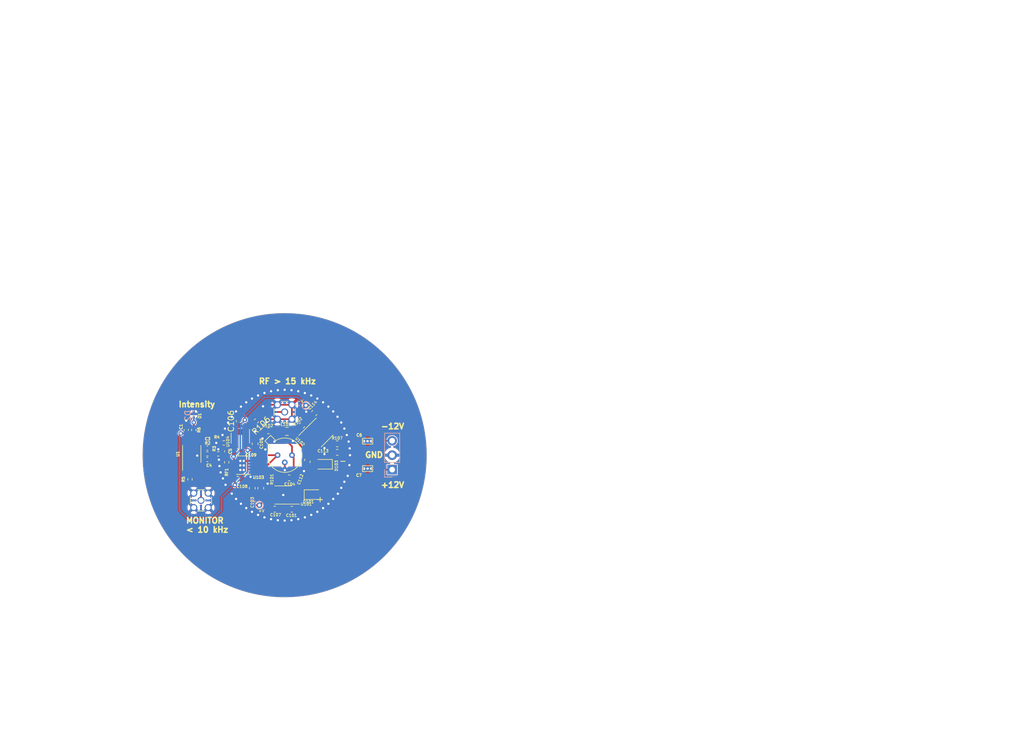
<source format=kicad_pcb>
(kicad_pcb (version 20221018) (generator pcbnew)
  (title_block (title "One Inch Photodetector - OPA818") (date "2020-02") (company "anders.e.e.wallin \"at\" gmail.com"))
  (layers (0 "F.Cu" signal) (31 "B.Cu" signal) (34 "B.Paste" user) (35 "F.Paste" user) (36 "B.SilkS" user "B.Silkscreen") (37 "F.SilkS" user "F.Silkscreen") (38 "B.Mask" user) (39 "F.Mask" user) (44 "Edge.Cuts" user))
  (net 0 "")
  (net 1 "/+V")
  (net 2 "GND")
  (net 3 "Net-(C3-Pad1)")
  (net 4 "Net-(U1A--)")
  (net 5 "Net-(U1A-+)")
  (net 6 "Net-(U104-IN)")
  (net 7 "/-V")
  (net 8 "Net-(C5-Pad2)")
  (net 9 "Net-(J102-Pin_3)")
  (net 10 "Net-(L101-Pad1)")
  (net 11 "/+VIN")
  (net 12 "/-VIN")
  (net 13 "/VOUT")
  (net 14 "Net-(J102-Pin_1)")
  (net 15 "/SET+")
  (net 16 "/SET-")
  (net 17 "/IN-")
  (net 18 "/VTIA")
  (net 19 "Net-(D101-K)")
  (net 20 "/FB")
  (net 21 "Net-(D103-A)")
  (net 22 "Net-(J101-In)")
  (net 23 "Net-(U103--)")
  (net 24 "/-5VBIAS")
  (net 25 "Net-(D1-A)")
  (net 32 "Net-(J1-In)")
  (net 33 "Net-(U1B--)")
  (footprint "Package_TO_SOT_THT:TO-18-3" (layer "F.Cu") (at 148.75 100)
    (fp_text reference "D102" hide)
    (fp_text value "S597x")
  )
  (footprint "Package_SO:MSOP-10-1EP_3x3mm_P0.5mm_EP1.68x1.88mm" (layer "F.Cu") (at 149.75 107 180)
    (fp_text reference "U101")
    (fp_text value "LT3042xMSE")
  )
  (footprint "Package_SO:MSOP-12-1EP_3x4mm_P0.65mm_EP1.65x2.85mm" (layer "F.Cu") (at 156 96 45)
    (fp_text reference "U102")
    (fp_text value "LT3093xMSE")
  )
  (footprint "Capacitor_SMD:C_0603_1608Metric" (layer "F.Cu") (at 151.25 109.5 180)
    (fp_text reference "C101")
    (fp_text value "4u7")
  )
  (footprint "Capacitor_SMD:C_0603_1608Metric" (layer "F.Cu") (at 147.15 95.7 180)
    (fp_text reference "C102")
    (fp_text value "4u7")
  )
  (footprint "Capacitor_SMD:C_0603_1608Metric" (layer "F.Cu") (at 144.3 105.8 90)
    (fp_text reference "C103")
    (fp_text value "4u7")
  )
  (footprint "Capacitor_SMD:C_0603_1608Metric" (layer "F.Cu") (at 148.25 109.5)
    (fp_text reference "C107")
    (fp_text value "4u7")
  )
  (footprint "Capacitor_SMD:C_0603_1608Metric" (layer "F.Cu") (at 141.75 104.25 180)
    (fp_text reference "C108")
    (fp_text value "100n")
  )
  (footprint "Capacitor_SMD:C_0603_1608Metric" (layer "F.Cu") (at 154 101 70)
    (fp_text reference "C112")
    (fp_text value "4u7")
  )
  (footprint "Capacitor_SMD:C_0603_1608Metric" (layer "F.Cu") (at 159.25 99.5)
    (fp_text reference "C113")
    (fp_text value "4u7")
  )
  (footprint "Capacitor_SMD:C_0603_1608Metric" (layer "F.Cu") (at 155.2 92.6 45)
    (fp_text reference "C114")
    (fp_text value "4u7")
  )
  (footprint "Diode_SMD:D_SOD-323F" (layer "F.Cu") (at 156.888 101.6 180)
    (fp_text reference "D103")
    (fp_text value "D")
  )
  (footprint "Connector_Coaxial:MMCX_Molex_73415-1471_Vertical" (layer "F.Cu") (at 150 92.4 180)
    (fp_text reference "J101" hide)
    (fp_text value "Conn_Coaxial")
  )
  (footprint "Inductor_SMD:L_0805_2012Metric" (layer "F.Cu") (at 150.4 95.8 180)
    (fp_text reference "L101")
    (fp_text value "100u")
  )
  (footprint "Resistor_SMD:R_0603_1608Metric" (layer "F.Cu") (at 145.8 105.8 90)
    (fp_text reference "R101")
    (fp_text value "51k")
  )
  (footprint "Resistor_SMD:R_0603_1608Metric" (layer "F.Cu") (at 153.043153 94.756847 -135)
    (fp_text reference "R102")
    (fp_text value "300R")
  )
  (footprint "Resistor_SMD:R_0402_1005Metric" (layer "F.Cu") (at 145.5 102)
    (fp_text reference "RF101" hide)
    (fp_text value "R")
  )
  (footprint "Resistor_SMD:R_0402_1005Metric" (layer "F.Cu") (at 145.043153 93.956847 -135)
    (fp_text reference "R106")
    (fp_text value "49R9")
  )
  (footprint "Resistor_SMD:R_0603_1608Metric" (layer "F.Cu") (at 159.25 98)
    (fp_text reference "R107")
    (fp_text value "51k")
  )
  (footprint "Capacitor_SMD:C_0402_1005Metric" (layer "F.Cu") (at 145.5 103)
    (fp_text reference "C115" hide)
    (fp_text value "C")
  )
  (footprint "Resistor_SMD:R_0402_1005Metric" (layer "F.Cu") (at 145.5 101)
    (fp_text reference "R1" hide)
    (fp_text value "10R")
  )
  (footprint "awallinKiCadFootprints:WSON-8-1EP_3x3mm_P0.5mm_EP1.45x2.4mm" (layer "F.Cu") (at 142.5 101.75 180)
    (fp_text reference "U103")
    (fp_text value "OPA818IDRGx")
  )
  (footprint "Capacitor_SMD:C_0603_1608Metric" (layer "F.Cu") (at 144.8 98 -90)
    (fp_text reference "C105")
    (fp_text value "100n")
  )
  (footprint "Capacitor_SMD:C_0603_1608Metric" (layer "F.Cu") (at 142 94 90)
    (fp_text reference "C106")
    (fp_text value "100n")
  )
  (footprint "Package_TO_SOT_SMD:SOT-23-5" (layer "F.Cu") (at 142.2 97 -90)
    (fp_text reference "U104")
    (fp_text value "BUF602xDBV")
  )
  (footprint "Capacitor_SMD:C_0603_1608Metric" (layer "F.Cu") (at 141.8 99.4)
    (fp_text reference "C109")
    (fp_text value "100n")
  )
  (footprint "Capacitor_SMD:C_0603_1608Metric" (layer "F.Cu") (at 150.8 104 180)
    (fp_text reference "C104")
    (fp_text value "10n")
  )
  (footprint "Diode_SMD:D_SOD-323F" (layer "F.Cu") (at 154.94 106.934)
    (fp_text reference "D101")
    (fp_text value "D")
  )
  (footprint "Resistor_SMD:R_0402_1005Metric" (layer "F.Cu") (at 139.2936 97.8408 180)
    (fp_text reference "R4")
    (fp_text value "100")
  )
  (footprint "Resistor_SMD:R_0402_1005Metric" (layer "F.Cu") (at 138.3284 99.7712)
    (fp_text reference "R3")
    (fp_text value "1.28k")
  )
  (footprint "NFM:NFM21C" (layer "F.Cu") (at 164.592 97.536 180)
    (fp_text reference "C6")
    (fp_text value "NFM21PC105B1C3D" hide)
  )
  (footprint "Capacitor_SMD:C_0402_1005Metric" (layer "F.Cu") (at 136.398 98.7552 180)
    (fp_text reference "C3")
    (fp_text value "10n")
  )
  (footprint "Resistor_SMD:R_0402_1005Metric" (layer "F.Cu") (at 133.35 104.2416 90)
    (fp_text reference "R5")
    (fp_text value "49.9R")
  )
  (footprint "Resistor_SMD:R_0402_1005Metric" (layer "F.Cu") (at 139.8016 101.2444 -90)
    (fp_text reference "RF1")
    (fp_text value "0R")
  )
  (footprint "Resistor_SMD:R_0402_1005Metric" (layer "F.Cu") (at 136.398 99.7712)
    (fp_text reference "R2")
    (fp_text value "21.2k")
  )
  (footprint "Capacitor_SMD:C_0402_1005Metric" (layer "F.Cu") (at 139.8016 99.314 -90)
    (fp_text reference "C5")
    (fp_text value "100n")
  )
  (footprint "Capacitor_SMD:C_0402_1005Metric" (layer "F.Cu") (at 132.6896 95.5548 -90)
    (fp_text reference "C1")
    (fp_text value "100n")
  )
  (footprint "Capacitor_SMD:C_0402_1005Metric" (layer "F.Cu") (at 136.398 100.7872 180)
    (fp_text reference "C4")
    (fp_text value "1n")
  )
  (footprint "NFM:NFM21C" (layer "F.Cu") (at 164.592 102.362)
    (fp_text reference "C7")
    (fp_text value "NFM21PC105B1C3D" hide)
  )
  (footprint "Package_SO:MSOP-8_3x3mm_P0.65mm" (layer "F.Cu") (at 133.6548 99.7712 90)
    (fp_text reference "U1")
    (fp_text value "AD8656")
  )
  (footprint "Connector_Coaxial:MMCX_Molex_73415-1471_Vertical" (layer "F.Cu") (at 135.2804 107.95)
    (fp_text reference "J1" hide)
    (fp_text value "Conn_Coaxial")
  )
  (footprint "Resistor_SMD:R_0402_1005Metric" (layer "F.Cu") (at 134.0104 95.5548 -90)
    (fp_text reference "R6")
    (fp_text value "470")
  )
  (footprint "LED_SMD:LED_0201_0603Metric" (layer "F.Cu") (at 134.0104 93.0656 -90)
    (fp_text reference "D1")
    (fp_text value "LED")
  )
  (footprint "TestPoint:TestPoint_THTPad_D1.0mm_Drill0.5mm" (layer "B.Cu") (at 153.75 91.25)
    (fp_text reference "TP101" hide)
    (fp_text value "TestPoint")
  )
  (footprint "TestPoint:TestPoint_THTPad_D1.0mm_Drill0.5mm" (layer "B.Cu") (at 145.55 108.8)
    (fp_text reference "TP102" hide)
    (fp_text value "TestPoint")
  )
  (footprint "Connector_PinHeader_2.54mm:PinHeader_1x03_P2.54mm_Vertical" (layer "B.Cu") (at 168.91 102.54)
    (fp_text reference "J102" hide)
    (fp_text value "Conn_01x03")
  )
  (footprint "LED_SMD:LED_0201_0603Metric" (layer "B.Cu") (at 134.0104 93.0656 -90)
    (fp_text reference "D2")
    (fp_text value "LED")
  )
  (gr_circle (center 150 100) (end 175 100) (stroke (width 0.05)) (fill none) (layer "Edge.Cuts"))
  (gr_text "-V" (at 152.25 91.25) (layer "B.SilkS") (effects (font (size 0.5 0.5) (thickness 0.1)) (justify mirror)))
  (gr_text "+V" (at 144.5 108.1) (layer "B.SilkS") (effects (font (size 0.5 0.5) (thickness 0.1)) (justify mirror)))
  (gr_text "-V" (at 152.75 90.5) (layer "F.SilkS") (effects (font (size 0.5 0.5) (thickness 0.1))))
  (gr_text "Intensity" (at 131.2164 91.6432) (layer "F.SilkS") (effects (font (size 1 1) (thickness 0.25) bold) (justify left bottom)))
  (gr_text "+" (at 156.25 107.75) (layer "F.SilkS") (effects (font (size 1 1))))
  (gr_text "-" (at 160.25 101) (layer "F.SilkS") (effects (font (size 1 1))))
  (gr_text "RF > 15 kHz" (at 145.3388 87.5792) (layer "F.SilkS") (effects (font (size 1 1) (thickness 0.25) bold) (justify left bottom)))
  (gr_text "GND" (at 164.0332 100.5332) (layer "F.SilkS") (effects (font (size 1 1) (thickness 0.25) bold) (justify left bottom)))
  (gr_text "-12V" (at 166.8272 95.504) (layer "F.SilkS") (effects (font (size 1 1) (thickness 0.25) bold) (justify left bottom)))
  (gr_text "+12V" (at 166.8272 105.8164) (layer "F.SilkS") (effects (font (size 1 1) (thickness 0.25) bold) (justify left bottom)))
  (gr_text "MONITOR\n< 10 kHz" (at 132.5372 113.6904) (layer "F.SilkS") (effects (font (size 1 1) (thickness 0.25) bold) (justify left bottom)))
  (gr_text "+V" (at 145.9 109.8) (layer "F.SilkS") (effects (font (size 0.5 0.5) (thickness 0.1))))
  (segment (start 141.75 105.75) (end 141.4625 105.4625) (width 0.3) (layer "F.Cu") (net 1))
  (segment (start 143.15 98.1) (end 143.15 98.75) (width 0.3) (layer "F.Cu") (net 1))
  (segment (start 132.6896 97.6489) (end 132.6798 97.6587) (width 0.3) (layer "F.Cu") (net 1))
  (segment (start 141.25 105.25) (end 141.25 104.5375) (width 0.3) (layer "F.Cu") (net 1))
  (segment (start 141.75 105.75) (end 144.8 108.8) (width 0.3) (layer "F.Cu") (net 1))
  (segment (start 145.55 108.753252) (end 146.803252 107.5) (width 0.3) (layer "F.Cu") (net 1))
  (segment (start 140.25 103.5375) (end 140.9625 104.25) (width 0.3) (layer "F.Cu") (net 1))
  (segment (start 146.803252 107.5) (end 147.54999 107.5) (width 0.3) (layer "F.Cu") (net 1))
  (segment (start 144.4875 99.1) (end 144.8 98.7875) (width 0.3) (layer "F.Cu") (net 1))
  (segment (start 143.15 98.75) (end 143.5 99.1) (width 0.3) (layer "F.Cu") (net 1))
  (segment (start 147.6 108) (end 147.6 109.3625) (width 0.3) (layer "F.Cu") (net 1))
  (segment (start 140.25 103) (end 140.25 103.5375) (width 0.3) (layer "F.Cu") (net 1))
  (segment (start 132.6896 96.0348) (end 132.6896 97.6489) (width 0.3) (layer "F.Cu") (net 1))
  (segment (start 132.56 96.1644) (end 132.6896 96.0348) (width 0.3) (layer "F.Cu") (net 1))
  (segment (start 141.25 104.5375) (end 140.9625 104.25) (width 0.3) (layer "F.Cu") (net 1))
  (segment (start 143.5 99.1) (end 144.4875 99.1) (width 0.3) (layer "F.Cu") (net 1))
  (segment (start 144.8 108.8) (end 145.55 108.8) (width 0.3) (layer "F.Cu") (net 1))
  (segment (start 146.35 108) (end 145.55 108.8) (width 0.3) (layer "F.Cu") (net 1))
  (segment (start 147.6 108) (end 146.35 108) (width 0.3) (layer "F.Cu") (net 1))
  (segment (start 145.55 108.8) (end 145.55 108.753252) (width 0.3) (layer "F.Cu") (net 1))
  (segment (start 141.1 102.5) (end 140.75 102.5) (width 0.3) (layer "F.Cu") (net 1))
  (segment (start 147.6 109.3625) (end 147.4625 109.5) (width 0.3) (layer "F.Cu") (net 1))
  (segment (start 140.75 102.5) (end 140.25 103) (width 0.3) (layer "F.Cu") (net 1))
  (segment (start 131.7244 96.1644) (end 132.56 96.1644) (width 0.3) (layer "F.Cu") (net 1))
  (segment (start 145.55 108.8) (end 146.4 107.95) (width 0.3) (layer "F.Cu") (net 1))
  (segment (start 141.75 105.75) (end 141.25 105.25) (width 0.3) (layer "F.Cu") (net 1))
  (via (at 143.5 99.1) (size 0.8) (drill 0.4) (layers "F.Cu" "B.Cu") (net 1))
  (via (at 131.7244 96.1644) (size 0.8) (drill 0.4) (layers "F.Cu" "B.Cu") (net 1))
  (via (at 141.25 105.25) (size 0.8) (drill 0.4) (layers "F.Cu" "B.Cu") (net 1))
  (segment (start 132.9944 111.2012) (end 131.5212 109.728) (width 0.3) (layer "B.Cu") (net 1))
  (segment (start 138.8872 107.442) (end 138.8872 109.6772) (width 0.3) (layer "B.Cu") (net 1))
  (segment (start 141.25 105.186002) (end 141.25 105.25) (width 0.3) (layer "B.Cu") (net 1))
  (segment (start 141.0792 105.25) (end 138.8872 107.442) (width 0.3) (layer "B.Cu") (net 1))
  (segment (start 143.5 99.1) (end 143.500001 102.936001) (width 0.3) (layer "B.Cu") (net 1))
  (segment (start 138.8872 109.6772) (end 137.3632 111.2012) (width 0.3) (layer "B.Cu") (net 1))
  (segment (start 141.25 105.25) (end 141.0792 105.25) (width 0.3) (layer "B.Cu") (net 1))
  (segment (start 131.5212 96.3676) (end 131.7244 96.1644) (width 0.3) (layer "B.Cu") (net 1))
  (segment (start 131.5212 109.728) (end 131.5212 96.3676) (width 0.3) (layer "B.Cu") (net 1))
  (segment (start 137.3632 111.2012) (end 132.9944 111.2012) (width 0.3) (layer "B.Cu") (net 1))
  (segment (start 143.500001 102.936001) (end 141.25 105.186002) (width 0.3) (layer "B.Cu") (net 1))
  (segment (start 150.02 102.63) (end 150.02 103.9925) (width 0.3) (layer "F.Cu") (net 2))
  (segment (start 156.919328 98.669328) (end 157 98.75) (width 0.35) (layer "F.Cu") (net 2))
  (segment (start 147.33 93.67) (end 146.8 94.2) (width 0.3) (layer "F.Cu") (net 2))
  (segment (start 148.73 91.13) (end 146.47 91.13) (width 0.3) (layer "F.Cu") (net 2))
  (segment (start 158.4625 99.5) (end 158.4625 98) (width 0.35) (layer "F.Cu") (net 2))
  (segment (start 147.6 107) (end 149.75 107) (width 0.3) (layer "F.Cu") (net 2))
  (segment (start 143.9 101) (end 143.25 101) (width 0.3) (layer "F.Cu") (net 2))
  (segment (start 151.27 91.13) (end 148.73 91.13) (width 0.3) (layer "F.Cu") (net 2))
  (segment (start 151.27 93.67) (end 151.27 91.13) (width 0.3) (layer "F.Cu") (net 2))
  (segment (start 144.3 105.0125) (end 145.8 105.0125) (width 0.3) (layer "F.Cu") (net 2))
  (segment (start 149.75 106.7) (end 150.45 106) (width 0.3) (layer "F.Cu") (net 2))
  (segment (start 146.47 91.13) (end 146.2 91.4) (width 0.3) (layer "F.Cu") (net 2))
  (segment (start 143.25 101) (end 142.5 101.75) (width 0.3) (layer "F.Cu") (net 2))
  (segment (start 150.02 103.9925) (end 150.0125 104) (width 0.3) (layer "F.Cu") (net 2))
  (segment (start 155.628769 98.669328) (end 156.919328 98.669328) (width 0.35) (layer "F.Cu") (net 2))
  (segment (start 149.75 107) (end 149.75 106.7) (width 0.3) (layer "F.Cu") (net 2))
  (segment (start 142.28 99.4) (end 142.28 100.92) (width 0.3) (layer "F.Cu") (net 2))
  (segment (start 148.73 93.67) (end 147.33 93.67) (width 0.3) (layer "F.Cu") (net 2))
  (segment (start 151.27 93.67) (end 148.73 93.67) (width 0.3) (layer "F.Cu") (net 2))
  (segment (start 150.02 101.27) (end 150.02 102.63) (width 0.3) (layer "F.Cu") (net 2))
  (segment (start 150.45 106) (end 151.84999 106) (width 0.3) (layer "F.Cu") (net 2))
  (segment (start 142.28 100.92) (end 142.2 101) (width 0.3) (layer "F.Cu") (net 2))
  (via (at 134.62 100.076) (size 0.8) (drill 0.4) (layers "F.Cu" "B.Cu") (net 2))
  (via (at 138.43 100.7872) (size 0.8) (drill 0.4) (layers "F.Cu" "B.Cu") (net 2))
  (via (at 132.6896 93.9292) (size 0.8) (drill 0.4) (layers "F.Cu" "B.Cu") (net 2))
  (via (at 140.696305 106.75953) (size 0.8) (drill 0.4) (layers "F.Cu" "B.Cu") (net 2))
  (via (at 141.453835 107.695002) (size 0.8) (drill 0.4) (layers "F.Cu" "B.Cu") (net 2))
  (via (at 142.304998 108.546165) (size 0.8) (drill 0.4) (layers "F.Cu" "B.Cu") (net 2))
  (via (at 143.24047 109.303695) (size 0.8) (drill 0.4) (layers "F.Cu" "B.Cu") (net 2))
  (via (at 144.25 109.959292) (size 0.8) (drill 0.4) (layers "F.Cu" "B.Cu") (net 2))
  (via (at 145.322529 110.505773) (size 0.8) (drill 0.4) (layers "F.Cu" "B.Cu") (net 2))
  (via (at 146.446305 110.93715) (size 0.8) (drill 0.4) (layers "F.Cu" "B.Cu") (net 2))
  (via (at 147.609016 111.248697) (size 0.8) (drill 0.4) (layers "F.Cu" "B.Cu") (net 2))
  (via (at 148.797923 111.437002) (size 0.8) (drill 0.4) (layers "F.Cu" "B.Cu") (net 2))
  (via (at 150 111.5) (size 0.8) (drill 0.4) (layers "F.Cu" "B.Cu") (net 2))
  (via (at 151.202077 111.437002) (size 0.8) (drill 0.4) (layers "F.Cu" "B.Cu") (net 2))
  (via (at 152.390984 111.248697) (size 0.8) (drill 0.4) (layers "F.Cu" "B.Cu") (net 2))
  (via (at 153.553695 110.93715) (size 0.8) (drill 0.4) (layers "F.Cu" "B.Cu") (net 2))
  (via (at 154.677471 110.505773) (size 0.8) (drill 0.4) (layers "F.Cu" "B.Cu") (net 2))
  (via (at 155.75 109.959292) (size 0.8) (drill 0.4) (layers "F.Cu" "B.Cu") (net 2))
  (via (at 156.75953 109.303695) (size 0.8) (drill 0.4) (layers "F.Cu" "B.Cu") (net 2))
  (via (at 157.695002 108.546165) (size 0.8) (drill 0.4) (layers "F.Cu" "B.Cu") (net 2))
  (via (at 158.546165 107.695002) (size 0.8) (drill 0.4) (layers "F.Cu" "B.Cu") (net 2))
  (via (at 159.959292 105.75) (size 0.8) (drill 0.4) (layers "F.Cu" "B.Cu") (net 2))
  (via (at 160.505773 104.677471) (size 0.8) (drill 0.4) (layers "F.Cu" "B.Cu") (net 2))
  (via (at 161.5 100) (size 0.8) (drill 0.4) (layers "F.Cu" "B.Cu") (net 2))
  (via (at 161.437002 98.797923) (size 0.8) (drill 0.4) (layers "F.Cu" "B.Cu") (net 2))
  (via (at 161.248697 97.609016) (size 0.8) (drill 0.4) (layers "F.Cu" "B.Cu") (net 2))
  (via (at 160.93715 96.446305) (size 0.8) (drill 0.4) (layers "F.Cu" "B.Cu") (net 2))
  (via (at 160.505773 95.322529) (size 0.8) (drill 0.4) (layers "F.Cu" "B.Cu") (net 2))
  (via (at 159.959292 94.25) (size 0.8) (drill 0.4) (layers "F.Cu" "B.Cu") (net 2))
  (via (at 159.303695 93.24047) (size 0.8) (drill 0.4) (layers "F.Cu" "B.Cu") (net 2))
  (via (at 158.546165 92.304998) (size 0.8) (drill 0.4) (layers "F.Cu" "B.Cu") (net 2))
  (via (at 157.695002 91.453835) (size 0.8) (drill 0.4) (layers "F.Cu" "B.Cu") (net 2))
  (via (at 156.75953 90.696305) (size 0.8) (drill 0.4) (layers "F.Cu" "B.Cu") (net 2))
  (via (at 155.75 90.040708) (size 0.8) (drill 0.4) (layers "F.Cu" "B.Cu") (net 2))
  (via (at 154.677471 89.494227) (size 0.8) (drill 0.4) (layers "F.Cu" "B.Cu") (net 2))
  (via (at 153.553695 89.06285) (size 0.8) (drill 0.4) (layers "F.Cu" "B.Cu") (net 2))
  (via (at 152.390984 88.751303) (size 0.8) (drill 0.4) (layers "F.Cu" "B.Cu") (net 2))
  (via (at 151.202077 88.562998) (size 0.8) (drill 0.4) (layers "F.Cu" "B.Cu") (net 2))
  (via (at 150 88.5) (size 0.8) (drill 0.4) (layers "F.Cu" "B.Cu") (net 2))
  (via (at 148.797923 88.562998) (size 0.8) (drill 0.4) (layers "F.Cu" "B.Cu") (net 2))
  (via (at 147.609016 88.751303) (size 0.8) (drill 0.4) (layers "F.Cu" "B.Cu") (net 2))
  (via (at 145.322529 89.494227) (size 0.8) (drill 0.4) (layers "F.Cu" "B.Cu") (net 2))
  (via (at 144.25 90.040708) (size 0.8) (drill 0.4) (layers "F.Cu" "B.Cu") (net 2))
  (via (at 143.24047 90.696305) (size 0.8) (drill 0.4) (layers "F.Cu" "B.Cu") (net 2))
  (via (at 142.304998 91.453835) (size 0.8) (drill 0.4) (layers "F.Cu" "B.Cu") (net 2))
  (via (at 140.696305 93.24047) (size 0.8) (drill 0.4) (layers "F.Cu" "B.Cu") (net 2))
  (via (at 140.040708 94.25) (size 0.8) (drill 0.4) (layers "F.Cu" "B.Cu") (net 2))
  (via (at 139.494227 95.322529) (size 0.8) (drill 0.4) (layers "F.Cu" "B.Cu") (net 2))
  (via (at 139.06285 96.446305) (size 0.8) (drill 0.4) (layers "F.Cu" "B.Cu") (net 2))
  (via (at 142.2 101) (size 0.8) (drill 0.4) (layers "F.Cu" "B.Cu") (net 2))
  (via (at 142.8 101) (size 0.8) (drill 0.4) (layers "F.Cu" "B.Cu") (net 2))
  (via (at 142.8 101.8) (size 0.8) (drill 0.4) (layers "F.Cu" "B.Cu") (net 2))
  (via (at 142.2 101.8) (size 0.8) (drill 0.4) (layers "F.Cu" "B.Cu") (net 2))
  (via (at 142.2 102.6) (size 0.8) (drill 0.4) (layers "F.Cu" "B.Cu") (net 2))
  (via (at 142.8 102.6) (size 0.8) (drill 0.4) (layers "F.Cu" "B.Cu") (net 2))
  (via (at 149.75 107) (size 0.8) (drill 0.4) (layers "F.Cu" "B.Cu") (net 2))
  (via (at 141.45 92.3) (size 0.8) (drill 0.4) (layers "F.Cu" "B.Cu") (net 2))
  (via (at 144 103.8) (size 0.8) (drill 0.4) (layers "F.Cu" "B.Cu") (net 2))
  (via (at 138.5316 101.9048) (size 0.8) (drill 0.4) (layers "F.Cu" "B.Cu") (net 2))
  (via (at 153.8 92.35) (size 0.8) (drill 0.4) (layers "F.Cu" "B.Cu") (net 2))
  (via (at 157 98.75) (size 0.8) (drill 0.4) (layers "F.Cu" "B.Cu") (net 2))
  (via (at 139.5984 105.2068) (size 0.8) (drill 0.4) (layers "F.Cu" "B.Cu") (net 2))
  (via (at 138.3284 98.9584) (size 0.8) (drill 0.4) (layers "F.Cu" "B.Cu") (net 2))
  (via (at 138.7348 103.0224) (size 0.8) (drill 0.4) (layers "F.Cu" "B.Cu") (net 2))
  (via (at 153.4 102.8) (size 0.8) (drill 0.4) (layers "F.Cu" "B.Cu") (net 2))
  (via (at 146.45 89.05) (size 0.8) (drill 0.4) (layers "F.Cu" "B.Cu") (net 2))
  (via (at 139.1412 104.0892) (size 0.8) (drill 0.4) (layers "F.Cu" "B.Cu") (net 2))
  (via (at 148.2 97.6) (size 0.8) (drill 0.4) (layers "F.Cu" "B.Cu") (net 2))
  (via (at 150.02 102.63) (size 0.8) (drill 0.4) (layers "F.Cu" "B.Cu") (net 2))
  (via (at 137.9728 97.8408) (size 0.8) (drill 0.4) (layers "F.Cu" "B.Cu") (net 2))
  (via (at 151.45 97.5) (size 0.8) (drill 0.4) (layers "F.Cu" "B.Cu") (net 2))
  (via (at 157 99.8) (size 0.8) (drill 0.4) (layers "F.Cu" "B.Cu") (net 2))
  (via (at 161.3916 101.7524) (size 0.8) (drill 0.4) (layers "F.Cu" "B.Cu") (net 2))
  (via (at 159.3596 106.7816) (size 0.8) (drill 0.4) (layers "F.Cu" "B.Cu") (net 2))
  (via (at 146.1 97.05) (size 0.8) (drill 0.4) (layers "F.Cu" "B.Cu") (net 2))
  (via (at 146.8 94.2) (size 0.8) (drill 0.4) (layers "F.Cu" "B.Cu") (net 2))
  (via (at 146.2 91.4) (size 0.8) (drill 0.4) (layers "F.Cu" "B.Cu") (net 2))
  (via (at 161.0868 103.632) (size 0.8) (drill 0.4) (layers "F.Cu" "B.Cu") (net 2))
  (via (at 147 105) (size 0.8) (drill 0.4) (layers "F.Cu" "B.Cu") (net 2))
  (via (at 144.8 95.8) (size 0.8) (drill 0.4) (layers "F.Cu" "B.Cu") (net 2))
  (via (at 146.6 99) (size 0.8) (drill 0.4) (layers "F.Cu" "B.Cu") (net 2))
  (segment (start 148.796051 91.203949) (end 149 91) (width 0.2) (layer "B.Cu") (net 2))
  (segment (start 150 101.29) (end 150.02 101.27) (width 0.3) (layer "B.Cu") (net 2))
  (segment (start 137.8184 99.7712) (end 136.908 99.7712) (width 0.3) (layer "F.Cu") (net 3))
  (segment (start 136.908 99.7712) (end 136.908 98.7852) (width 0.3) (layer "F.Cu") (net 3))
  (segment (start 136.908 98.7852) (end 136.878 98.7552) (width 0.3) (layer "F.Cu") (net 3))
  (segment (start 133.3298 103.7114) (end 133.35 103.7316) (width 0.3) (layer "F.Cu") (net 4))
  (segment (start 132.6798 101.8837) (end 132.6798 100.8478) (width 0.3) (layer "F.Cu") (net 4))
  (segment (start 133.3298 101.8837) (end 133.3298 100.1978) (width 0.3) (layer "F.Cu") (net 4))
  (segment (start 132.6798 100.8478) (end 133.3298 100.1978) (width 0.3) (layer "F.Cu") (net 4))
  (segment (start 134.6298 98.8978) (end 134.6298 97.6587) (width 0.3) (layer "F.Cu") (net 4))
  (segment (start 133.3298 100.1978) (end 134.6298 98.8978) (width 0.3) (layer "F.Cu") (net 4))
  (segment (start 133.3298 101.8837) (end 133.3298 103.7114) (width 0.3) (layer "F.Cu") (net 4))
  (segment (start 135.918 98.7552) (end 135.7638 98.7552) (width 0.3) (layer "F.Cu") (net 4))
  (segment (start 135.7638 98.7552) (end 134.6298 97.6212) (width 0.3) (layer "F.Cu") (net 4))
  (segment (start 135.888 100.7572) (end 135.918 100.7872) (width 0.3) (layer "F.Cu") (net 5))
  (segment (start 135.918 103.2992) (end 135.918 100.7872) (width 0.3) (layer "F.Cu") (net 5))
  (segment (start 135.7884 103.4288) (end 135.918 103.2992) (width 0.3) (layer "F.Cu") (net 5))
  (segment (start 135.888 99.7712) (end 135.888 100.7572) (width 0.3) (layer "F.Cu") (net 5))
  (segment (start 133.9798 101.9212) (end 133.9798 103.0934) (width 0.3) (layer "F.Cu") (net 5))
  (segment (start 133.9798 103.0934) (end 134.3152 103.4288) (width 0.3) (layer "F.Cu") (net 5))
  (segment (start 134.3152 103.4288) (end 135.7884 103.4288) (width 0.3) (layer "F.Cu") (net 5))
  (segment (start 139.8016 97.8936) (end 139.8544 97.8408) (width 0.3) (layer "F.Cu") (net 6))
  (segment (start 139.8016 98.834) (end 139.8016 97.8936) (width 0.3) (layer "F.Cu") (net 6))
  (segment (start 139.8544 97.8408) (end 140.9908 97.8408) (width 0.3) (layer "F.Cu") (net 6))
  (segment (start 140.9908 97.8408) (end 141.25 98.1) (width 0.3) (layer "F.Cu") (net 6))
  (segment (start 142 94.48) (end 142.32 94.48) (width 0.3) (layer "F.Cu") (net 7))
  (segment (start 154.963694 91.25) (end 155.756847 92.043153) (width 0.3) (layer "F.Cu") (net 7))
  (segment (start 142 94.48) (end 142.08 94.48) (width 0.3) (layer "F.Cu") (net 7))
  (segment (start 142.2 94.6) (end 142.2 95.9) (width 0.3) (layer "F.Cu") (net 7))
  (segment (start 152.95 93.55) (end 152.95 92.05) (width 0.3) (layer "F.Cu") (net 7))
  (segment (start 156.371231 92.657537) (end 155.756847 92.043153) (width 0.3) (layer "F.Cu") (net 7))
  (segment (start 153.75 91.25) (end 154.963694 91.25) (width 0.3) (layer "F.Cu") (net 7))
  (segment (start 141 100.25) (end 141 99.72) (width 0.3) (layer "F.Cu") (net 7))
  (segment (start 152.95 92.05) (end 153.75 91.25) (width 0.3) (layer "F.Cu") (net 7))
  (segment (start 142.32 94.48) (end 143 93.8) (width 0.3) (layer "F.Cu") (net 7))
  (segment (start 157.29047 94.249911) (end 156.83085 93.790291) (width 0.35) (layer "F.Cu") (net 7))
  (segment (start 156.371231 93.330672) (end 156.371231 92.657537) (width 0.3) (layer "F.Cu") (net 7))
  (segment (start 156.83085 93.790291) (end 156.371231 93.330672) (width 0.35) (layer "F.Cu") (net 7))
  (segment (start 142.08 94.48) (end 142.2 94.6) (width 0.3) (layer "F.Cu") (net 7))
  (segment (start 141 99.72) (end 141.32 99.4) (width 0.3) (layer "F.Cu") (net 7))
  (segment (start 153.6 94.2) (end 152.95 93.55) (width 0.3) (layer "F.Cu") (net 7))
  (segment (start 141.1 101) (end 141.1 100.35) (width 0.3) (layer "F.Cu") (net 7))
  (segment (start 141.1 100.35) (end 141 100.25) (width 0.3) (layer "F.Cu") (net 7))
  (via (at 141 100.25) (size 0.8) (drill 0.4) (layers "F.Cu" "B.Cu") (net 7))
  (via (at 143 93.8) (size 0.8) (drill 0.4) (layers "F.Cu" "B.Cu") (net 7))
  (segment (start 153.75 91.25) (end 152.299999 89.799999) (width 0.3) (layer "B.Cu") (net 7))
  (segment (start 146.434316 89.799999) (end 143 93.234315) (width 0.3) (layer "B.Cu") (net 7))
  (segment (start 152.299999 89.799999) (end 146.434316 89.799999) (width 0.3) (layer "B.Cu") (net 7))
  (segment (start 141.0375 100.3875) (end 141.1 100.45) (width 0.3) (layer "B.Cu") (net 7))
  (segment (start 141 100.25) (end 142.2 99.05) (width 0.3) (layer "B.Cu") (net 7))
  (segment (start 143 93.234315) (end 143 93.8) (width 0.3) (layer "B.Cu") (net 7))
  (segment (start 142.2 99.05) (end 142.2 94.6) (width 0.3) (layer "B.Cu") (net 7))
  (segment (start 143.05 93.75) (end 143 93.8) (width 0.3) (layer "B.Cu") (net 7))
  (segment (start 142.2 94.6) (end 143 93.8) (width 0.3) (layer "B.Cu") (net 7))
  (segment (start 138.8612 99.794) (end 138.8384 99.7712) (width 0.3) (layer "F.Cu") (net 8))
  (segment (start 139.8016 99.794) (end 138.8612 99.794) (width 0.3) (layer "F.Cu") (net 8))
  (segment (start 139.8016 100.7344) (end 139.8016 99.794) (width 0.3) (layer "F.Cu") (net 8))
  (segment (start 166.093 97.46) (end 166.017 97.536) (width 0.3) (layer "F.Cu") (net 9))
  (segment (start 168.91 97.46) (end 166.093 97.46) (width 0.3) (layer "F.Cu") (net 9))
  (segment (start 152 95.8) (end 152.486306 95.313694) (width 0.3) (layer "F.Cu") (net 10))
  (segment (start 151.3375 95.8) (end 152 95.8) (width 0.3) (layer "F.Cu") (net 10))
  (segment (start 163.167 102.362) (end 162.913 102.616) (width 0.3) (layer "F.Cu") (net 11))
  (segment (start 162.913 102.616) (end 160.358 102.616) (width 0.3) (layer "F.Cu") (net 11))
  (segment (start 160.358 102.616) (end 156.04 106.934) (width 0.3) (layer "F.Cu") (net 11))
  (segment (start 163.167 100.0278) (end 163.167 97.536) (width 0.3) (layer "F.Cu") (net 12))
  (segment (start 162.306 100.8888) (end 163.167 100.0278) (width 0.3) (layer "F.Cu") (net 12))
  (segment (start 157.988 101.6) (end 158.6992 100.8888) (width 0.3) (layer "F.Cu") (net 12))
  (segment (start 158.6992 100.8888) (end 162.306 100.8888) (width 0.3) (layer "F.Cu") (net 12))
  (segment (start 143.15 95.9) (end 143.15 95.85) (width 0.3) (layer "F.Cu") (net 13))
  (segment (start 143.15 95.85) (end 144.486306 94.513694) (width 0.3) (layer "F.Cu") (net 13))
  (segment (start 166.195 102.54) (end 166.017 102.362) (width 0.3) (layer "F.Cu") (net 14))
  (segment (start 168.91 102.54) (end 166.195 102.54) (width 0.3) (layer "F.Cu") (net 14))
  (segment (start 145.8 106.5875) (end 144.3 106.5875) (width 0.3) (layer "F.Cu") (net 15))
  (segment (start 145.8875 106.5) (end 145.8 106.5875) (width 0.3) (layer "F.Cu") (net 15))
  (segment (start 147.6 106.5) (end 145.8875 106.5) (width 0.3) (layer "F.Cu") (net 15))
  (segment (start 159.65699 97.14449) (end 159.65699 95.060779) (width 0.35) (layer "F.Cu") (net 16))
  (segment (start 159.096211 94.5) (end 158.878859 94.5) (width 0.35) (layer "F.Cu") (net 16))
  (segment (start 158.878859 94.5) (end 158.209709 95.16915) (width 0.35) (layer "F.Cu") (net 16))
  (segment (start 160.0375 97.525) (end 159.65699 97.14449) (width 0.35) (layer "F.Cu") (net 16))
  (segment (start 159.65699 95.060779) (end 159.096211 94.5) (width 0.35) (layer "F.Cu") (net 16))
  (segment (start 160.0375 98) (end 160.0375 97.525) (width 0.35) (layer "F.Cu") (net 16))
  (segment (start 160.0375 99.5) (end 160.0375 98) (width 0.35) (layer "F.Cu") (net 16))
  (segment (start 145.985 103) (end 145.985 102) (width 0.3) (layer "F.Cu") (net 17))
  (segment (start 145.985 102) (end 146.75 102) (width 0.3) (layer "F.Cu") (net 17))
  (segment (start 146.75 102) (end 148.75 100) (width 0.3) (layer "F.Cu") (net 17))
  (segment (start 148.75 100) (end 146.985 100) (width 0.3) (layer "F.Cu") (net 17))
  (segment (start 146.985 100) (end 145.985 101) (width 0.3) (layer "F.Cu") (net 17))
  (segment (start 141.1 102) (end 140.265 102) (width 0.3) (layer "F.Cu") (net 18))
  (segment (start 140.265 102) (end 140 101.735) (width 0.3) (layer "F.Cu") (net 18))
  (segment (start 153.6 107.5) (end 154 107.1) (width 0.3) (layer "F.Cu") (net 19))
  (segment (start 152.0375 109.5) (end 152.0375 108.1375) (width 0.3) (layer "F.Cu") (net 19))
  (segment (start 153.774 107) (end 151.95001 107) (width 0.3) (layer "F.Cu") (net 19))
  (segment (start 152.0375 108.1375) (end 151.9 108) (width 0.3) (layer "F.Cu") (net 19))
  (segment (start 147.6 106) (end 148.2 105.4) (width 0.3) (layer "F.Cu") (net 19))
  (segment (start 154 106.4) (end 154 107.1) (width 0.3) (layer "F.Cu") (net 19))
  (segment (start 154 107.1) (end 154 107.094) (width 0.3) (layer "F.Cu") (net 19))
  (segment (start 154 107.094) (end 153.84 106.934) (width 0.3) (layer "F.Cu") (net 19))
  (segment (start 151.9 107.5) (end 153.6 107.5) (width 0.3) (layer "F.Cu") (net 19))
  (segment (start 151.9 108) (end 153.1 108) (width 0.3) (layer "F.Cu") (net 19))
  (segment (start 148.2 105.4) (end 153 105.4) (width 0.3) (layer "F.Cu") (net 19))
  (segment (start 153 105.4) (end 154 106.4) (width 0.3) (layer "F.Cu") (net 19))
  (segment (start 153.84 106.934) (end 153.774 107) (width 0.3) (layer "F.Cu") (net 19))
  (segment (start 153.1 108) (end 154 107.1) (width 0.3) (layer "F.Cu") (net 19))
  (segment (start 145.015 103) (end 145.015 102) (width 0.3) (layer "F.Cu") (net 20))
  (segment (start 145 102.015) (end 145.015 102) (width 0.3) (layer "F.Cu") (net 20))
  (segment (start 143.9 102) (end 145.015 102) (width 0.3) (layer "F.Cu") (net 20))
  (segment (start 153.228769 96.371231) (end 152.25 97.35) (width 0.35) (layer "F.Cu") (net 21))
  (segment (start 154.807627 94.992373) (end 154.992373 94.992373) (width 0.35) (layer "F.Cu") (net 21))
  (segment (start 153.790291 96.83085) (end 154.621141 96) (width 0.35) (layer "F.Cu") (net 21))
  (segment (start 154.269341 99.769341) (end 154.269341 100.259992) (width 0.35) (layer "F.Cu") (net 21))
  (segment (start 152.6 98) (end 152.5 98) (width 0.35) (layer "F.Cu") (net 21))
  (segment (start 152.25 97.35) (end 152.25 97.75) (width 0.35) (layer "F.Cu") (net 21))
  (segment (start 153.428769 96.371231) (end 154.807627 94.992373) (width 0.35) (layer "F.Cu") (net 21))
  (segment (start 154.249911 97.350089) (end 153.1 98.5) (width 0.35) (layer "F.Cu") (net 21))
  (segment (start 153.9 99.4) (end 154.269341 99.769341) (width 0.35) (layer "F.Cu") (net 21))
  (segment (start 152.703984 98.2) (end 152.7 98.2) (width 0.35) (layer "F.Cu") (net 21))
  (segment (start 155.788 101.6) (end 155.609349 101.6) (width 0.3) (layer "F.Cu") (net 21))
  (segment (start 154.992373 94.992373) (end 156 96) (width 0.35) (layer "F.Cu") (net 21))
  (segment (start 154.249911 97.29047) (end 154.249911 97.350089) (width 0.35) (layer "F.Cu") (net 21))
  (segment (start 152.7 98.2) (end 153.1 98.6) (width 0.35) (layer "F.Cu") (net 21))
  (segment (start 154.621141 96) (end 156 96) (width 0.35) (layer "F.Cu") (net 21))
  (segment (start 152.5 98) (end 152.7 98.2) (width 0.35) (layer "F.Cu") (net 21))
  (segment (start 154.410295 100.119038) (end 154.269341 100.259992) (width 0.35) (layer "F.Cu") (net 21))
  (segment (start 153.330672 96.371231) (end 153.228769 96.371231) (width 0.35) (layer "F.Cu") (net 21))
  (segment (start 155.609349 101.6) (end 154.269341 100.259992) (width 0.3) (layer "F.Cu") (net 21))
  (segment (start 153.1 98.5) (end 153.1 98.6) (width 0.35) (layer "F.Cu") (net 21))
  (segment (start 153.790291 96.83085) (end 153.76915 96.83085) (width 0.35) (layer "F.Cu") (net 21))
  (segment (start 154.249911 97.29047) (end 155.540381 96) (width 0.35) (layer "F.Cu") (net 21))
  (segment (start 155.16915 98.209709) (end 155.090291 98.209709) (width 0.35) (layer "F.Cu") (net 21))
  (segment (start 152.25 97.75) (end 152.5 98) (width 0.35) (layer "F.Cu") (net 21))
  (segment (start 153.330672 96.371231) (end 153.428769 96.371231) (width 0.35) (layer "F.Cu") (net 21))
  (segment (start 155.090291 98.209709) (end 153.9 99.4) (width 0.35) (layer "F.Cu") (net 21))
  (segment (start 153.1 98.6) (end 153.9 99.4) (width 0.35) (layer "F.Cu") (net 21))
  (segment (start 153.76915 96.83085) (end 152.6 98) (width 0.35) (layer "F.Cu") (net 21))
  (segment (start 155.540381 96) (end 156 96) (width 0.35) (layer "F.Cu") (net 21))
  (segment (start 145.6 93.4) (end 146.6 92.4) (width 0.3) (layer "F.Cu") (net 22))
  (segment (start 146.6 92.4) (end 150 92.4) (width 0.3) (layer "F.Cu") (net 22))
  (segment (start 143.9 101.5) (end 144.515 101.5) (width 0.3) (layer "F.Cu") (net 23))
  (segment (start 144.515 101.5) (end 145.015 101) (width 0.3) (layer "F.Cu") (net 23))
  (segment (start 149.4625 95.8) (end 149.4625 96.6125) (width 0.3) (layer "F.Cu") (net 24))
  (segment (start 149.3625 95.7) (end 149.4625 95.8) (width 0.3) (layer "F.Cu") (net 24))
  (segment (start 147.9375 95.7) (end 149.3625 95.7) (width 0.3) (layer "F.Cu") (net 24))
  (segment (start 149.4625 96.6125) (end 151.29 98.44) (width 0.3) (layer "F.Cu") (net 24))
  (segment (start 151.5875 100.4375) (end 151.5875 104) (width 0.3) (layer "F.Cu") (net 24))
  (segment (start 151.29 98.44) (end 151.29 100) (width 0.3) (layer "F.Cu") (net 24))
  (segment (start 151.29 100.14) (end 151.5875 100.4375) (width 0.3) (layer "F.Cu") (net 24))
  (segment (start 151.29 100) (end 151.29 100.14) (width 0.3) (layer "F.Cu") (net 24))
  (segment (start 134.0104 94.234) (end 134.0104 93.3856) (width 0.3) (layer "F.Cu") (net 25))
  (segment (start 134.0104 95.0448) (end 134.0104 94.234) (width 0.3) (layer "F.Cu") (net 25))
  (via (at 134.0104 94.234) (size 0.8) (drill 0.4) (layers "F.Cu" "B.Cu") (net 25))
  (segment (start 134.0104 93.3856) (end 134.0104 94.234) (width 0.3) (layer "B.Cu") (net 25))
  (segment (start 133.35 104.7516) (end 134.622 104.7516) (width 0.3) (layer "F.Cu") (net 32))
  (segment (start 134.622 104.7516) (end 135.2804 105.41) (width 0.3) (layer "F.Cu") (net 32))
  (segment (start 135.2804 105.41) (end 135.2804 107.95) (width 0.3) (layer "F.Cu") (net 32))
  (segment (start 133.3298 97.6587) (end 133.9798 97.6587) (width 0.3) (layer "F.Cu") (net 33))
  (segment (start 134.0104 96.0648) (end 134.0104 97.6281) (width 0.3) (layer "F.Cu") (net 33))
  (segment (start 134.0104 97.6281) (end 133.9798 97.6587) (width 0.3) (layer "F.Cu") (net 33))
  (zone (net 2) (net_name "GND") (layer "F.Cu") (connect_pads (clearance 0.127)) (min_thickness 0.254) (fill yes (thermal_gap 0.508) (thermal_bridge_width 0.508))
    (polygon (pts (xy 177.7 127.7) (xy 122.3 127.7) (xy 122.3 72.3) (xy 177.7 72.3)))
  )
  (zone (net 0) (net_name "") (layer "F.Cu") (connect_pads (clearance 0)) (min_thickness 0.254)
    (keepout (tracks allowed) (vias allowed) (pads allowed) (copperpour not_allowed) (footprints allowed))
    (fill (thermal_gap 0.508) (thermal_bridge_width 0.508))
    (polygon (pts (xy 147 104) (xy 144.5 104) (xy 143.125 99.75) (xy 148.875 99.25)))
  )
  (zone (net 0) (net_name "") (layer "F.Cu") (connect_pads (clearance 0)) (min_thickness 0.254)
    (keepout (tracks allowed) (vias allowed) (pads allowed) (copperpour not_allowed) (footprints allowed))
    (fill (thermal_gap 0.508) (thermal_bridge_width 0.508))
    (polygon (pts (xy 143.25 99.75) (xy 140 99.75) (xy 140 96.25) (xy 143.25 96.25)))
  )
  (zone (net 0) (net_name "") (layers "F&B.Cu") (connect_pads (clearance 0)) (min_thickness 0.254)
    (keepout (tracks allowed) (vias allowed) (pads allowed) (copperpour not_allowed) (footprints allowed))
    (fill (thermal_gap 0.508) (thermal_bridge_width 0.508))
    (polygon (pts (xy 151.3 93.7) (xy 148.7 93.7) (xy 148.7 91.1) (xy 151.3 91.1)))
  )
  (zone (net 0) (net_name "") (layers "F&B.Cu") (connect_pads (clearance 0)) (min_thickness 0.254)
    (keepout (tracks allowed) (vias allowed) (pads allowed) (copperpour not_allowed) (footprints allowed))
    (fill (thermal_gap 0.508) (thermal_bridge_width 0.508))
    (polygon (pts (xy 153 102) (xy 147 102) (xy 147 98) (xy 153 98)))
  )
  (zone (net 2) (net_name "GND") (layer "B.Cu") (connect_pads (clearance 0.127)) (min_thickness 0.254) (fill yes (thermal_gap 0.508) (thermal_bridge_width 0.508))
    (polygon (pts (xy 177.7 127.7) (xy 122.3 127.7) (xy 122.3 72.3) (xy 177.7 72.3)))
  )
)
</source>
